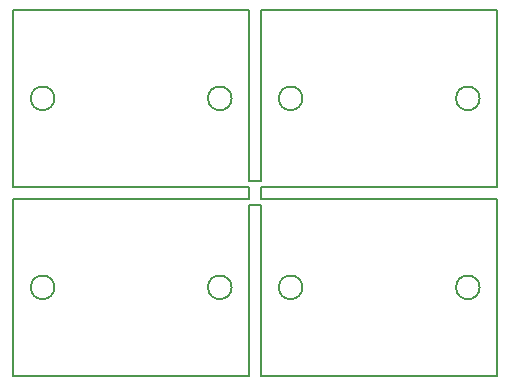
<source format=gbr>
G04 #@! TF.GenerationSoftware,KiCad,Pcbnew,(5.0.2)-1*
G04 #@! TF.CreationDate,2019-03-04T21:41:52+07:00*
G04 #@! TF.ProjectId,adapter,61646170-7465-4722-9e6b-696361645f70,rev?*
G04 #@! TF.SameCoordinates,Original*
G04 #@! TF.FileFunction,Profile,NP*
%FSLAX46Y46*%
G04 Gerber Fmt 4.6, Leading zero omitted, Abs format (unit mm)*
G04 Created by KiCad (PCBNEW (5.0.2)-1) date 3/4/2019 9:41:52 PM*
%MOMM*%
%LPD*%
G01*
G04 APERTURE LIST*
%ADD10C,0.150000*%
G04 APERTURE END LIST*
D10*
X36000000Y-30000000D02*
X36000000Y-31000000D01*
X36000000Y-31500000D02*
X36000000Y-32000000D01*
X35000000Y-31500000D02*
X36000000Y-31500000D01*
X35000000Y-32000000D02*
X35000000Y-31500000D01*
X36000000Y-29500000D02*
X36000000Y-29000000D01*
X35000000Y-29500000D02*
X36000000Y-29500000D01*
X35000000Y-29000000D02*
X35000000Y-29500000D01*
X37000000Y-30000000D02*
X36000000Y-30000000D01*
X36000000Y-29000000D02*
X36000000Y-15000000D01*
X35000000Y-31000000D02*
X35000000Y-30000000D01*
X36000000Y-32000000D02*
X36000000Y-46000000D01*
X56000000Y-31000000D02*
X36000000Y-31000000D01*
X37000000Y-30000000D02*
X56000000Y-30000000D01*
X35000000Y-32000000D02*
X35000000Y-46000000D01*
X15000000Y-31000000D02*
X35000000Y-31000000D01*
X35000000Y-15000000D02*
X35000000Y-29000000D01*
X35000000Y-30000000D02*
X15000000Y-30000000D01*
X56000000Y-46000000D02*
X36000000Y-46000000D01*
X39500000Y-38500000D02*
G75*
G03X39500000Y-38500000I-1000000J0D01*
G01*
X54500000Y-38500000D02*
G75*
G03X54500000Y-38500000I-1000000J0D01*
G01*
X56000000Y-31000000D02*
X56000000Y-46000000D01*
X15000000Y-46000000D02*
X15000000Y-31000000D01*
X35000000Y-46000000D02*
X15000000Y-46000000D01*
X18500000Y-38500000D02*
G75*
G03X18500000Y-38500000I-1000000J0D01*
G01*
X33500000Y-38500000D02*
G75*
G03X33500000Y-38500000I-1000000J0D01*
G01*
X36000000Y-15000000D02*
X56000000Y-15000000D01*
X39500000Y-22500000D02*
G75*
G03X39500000Y-22500000I-1000000J0D01*
G01*
X54500000Y-22500000D02*
G75*
G03X54500000Y-22500000I-1000000J0D01*
G01*
X56000000Y-15000000D02*
X56000000Y-30000000D01*
X18500000Y-22500000D02*
G75*
G03X18500000Y-22500000I-1000000J0D01*
G01*
X33500000Y-22500000D02*
G75*
G03X33500000Y-22500000I-1000000J0D01*
G01*
X15000000Y-30000000D02*
X15000000Y-15000000D01*
X15000000Y-15000000D02*
X35000000Y-15000000D01*
M02*

</source>
